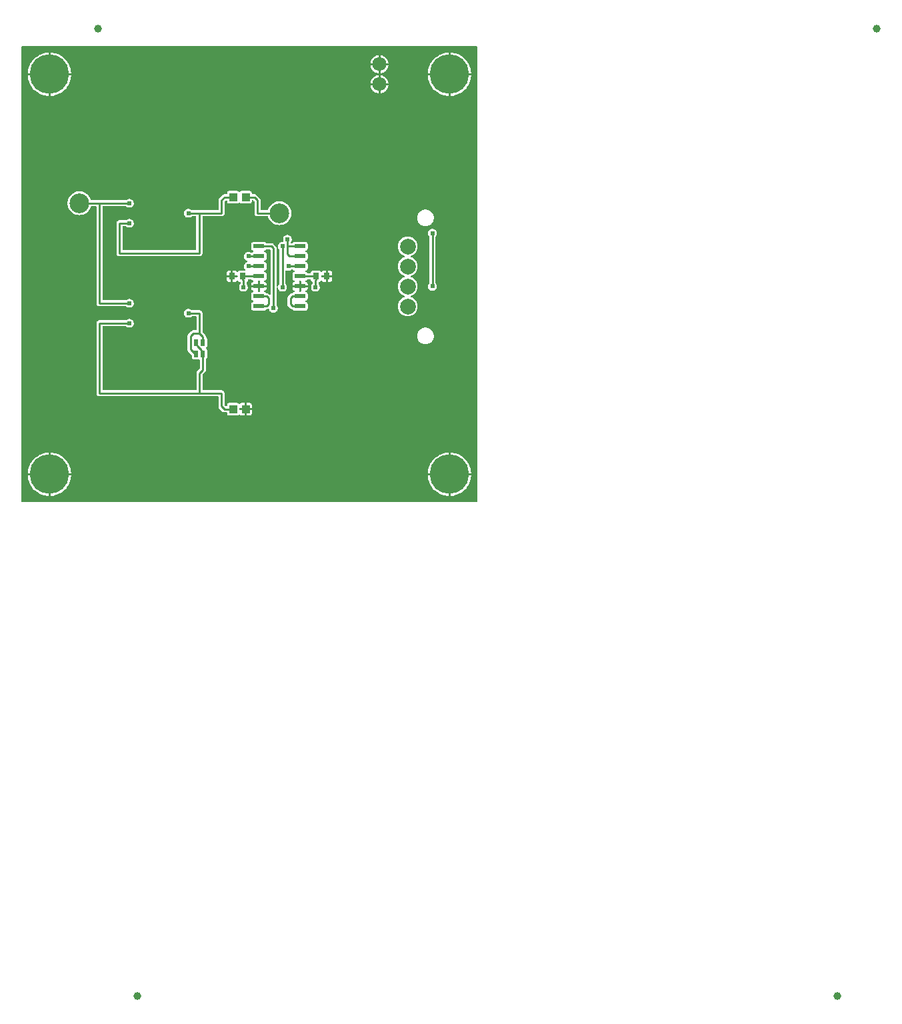
<source format=gtl>
G04 Layer: TopLayer*
G04 Panelize: V-CUT, Column: 2, Row: 2, Board Size: 58.42mm x 58.42mm, Panelized Board Size: 118.84mm x 118.84mm*
G04 EasyEDA v6.5.32, 2023-07-25 14:04:49*
G04 318043db9db14eaab2a862ada9992c2d,5a6b42c53f6a479593ecc07194224c93,10*
G04 Gerber Generator version 0.2*
G04 Scale: 100 percent, Rotated: No, Reflected: No *
G04 Dimensions in millimeters *
G04 leading zeros omitted , absolute positions ,4 integer and 5 decimal *
%FSLAX45Y45*%
%MOMM*%

%ADD10C,0.2540*%
%ADD11R,1.4300X0.5600*%
%ADD12R,1.0000X1.1000*%
%ADD13R,0.6000X0.8500*%
%ADD14R,0.8000X0.9000*%
%ADD15C,1.0000*%
%ADD16C,5.0000*%
%ADD17C,2.0000*%
%ADD18C,1.8000*%
%ADD19C,2.5000*%
%ADD20C,0.6096*%
%ADD21C,0.0164*%

%LPD*%
G36*
X5805932Y25908D02*
G01*
X36068Y26416D01*
X32156Y27178D01*
X28905Y29362D01*
X26670Y32664D01*
X25908Y36576D01*
X25908Y5805932D01*
X26670Y5809843D01*
X28905Y5813094D01*
X32156Y5815330D01*
X36068Y5816092D01*
X5805932Y5816092D01*
X5809843Y5815330D01*
X5813094Y5813094D01*
X5815330Y5809843D01*
X5816092Y5805932D01*
X5816092Y36068D01*
X5815330Y32207D01*
X5813094Y28905D01*
X5809843Y26670D01*
G37*

%LPC*%
G36*
X4584700Y5600700D02*
G01*
X4687112Y5600700D01*
X4686960Y5602528D01*
X4684268Y5616803D01*
X4679746Y5630672D01*
X4673549Y5643829D01*
X4665776Y5656122D01*
X4656480Y5667349D01*
X4645863Y5677306D01*
X4634077Y5685840D01*
X4621326Y5692851D01*
X4607814Y5698236D01*
X4593691Y5701842D01*
X4584700Y5702960D01*
G37*
G36*
X393700Y105562D02*
G01*
X398322Y105664D01*
X421284Y108051D01*
X443992Y112369D01*
X466242Y118618D01*
X487934Y126644D01*
X508812Y136499D01*
X528828Y148031D01*
X547827Y161239D01*
X565607Y175971D01*
X582117Y192125D01*
X597204Y209600D01*
X610819Y228295D01*
X622757Y248107D01*
X633018Y268782D01*
X641553Y290271D01*
X648208Y312369D01*
X653034Y334975D01*
X655929Y357936D01*
X656336Y368300D01*
X393700Y368300D01*
G37*
G36*
X5448300Y105613D02*
G01*
X5448300Y368300D01*
X5185410Y368300D01*
X5187289Y346405D01*
X5191150Y323646D01*
X5196890Y301244D01*
X5204460Y279450D01*
X5213858Y258317D01*
X5224983Y238099D01*
X5237784Y218846D01*
X5252161Y200710D01*
X5267960Y183896D01*
X5285130Y168402D01*
X5303520Y154432D01*
X5323027Y142087D01*
X5343499Y131368D01*
X5364835Y122428D01*
X5386781Y115265D01*
X5409285Y109982D01*
X5432145Y106629D01*
G37*
G36*
X368300Y105613D02*
G01*
X368300Y368300D01*
X105410Y368300D01*
X107289Y346405D01*
X111150Y323646D01*
X116890Y301244D01*
X124460Y279450D01*
X133858Y258317D01*
X144983Y238099D01*
X157784Y218846D01*
X172161Y200710D01*
X187960Y183896D01*
X205130Y168402D01*
X223520Y154432D01*
X243027Y142087D01*
X263499Y131368D01*
X284835Y122428D01*
X306781Y115265D01*
X329285Y109982D01*
X352145Y106629D01*
G37*
G36*
X393700Y393700D02*
G01*
X656336Y393700D01*
X655929Y404063D01*
X653034Y427024D01*
X648208Y449630D01*
X641553Y471728D01*
X633018Y493217D01*
X622757Y513892D01*
X610819Y533704D01*
X597204Y552348D01*
X582117Y569874D01*
X565607Y586028D01*
X547827Y600760D01*
X528828Y613968D01*
X508812Y625500D01*
X487934Y635355D01*
X466242Y643382D01*
X443992Y649630D01*
X421284Y653948D01*
X398322Y656336D01*
X393700Y656437D01*
G37*
G36*
X5473700Y393700D02*
G01*
X5736336Y393700D01*
X5735929Y404063D01*
X5733034Y427024D01*
X5728208Y449630D01*
X5721553Y471728D01*
X5713018Y493217D01*
X5702757Y513892D01*
X5690819Y533704D01*
X5677204Y552348D01*
X5662117Y569874D01*
X5645607Y586028D01*
X5627827Y600760D01*
X5608828Y613968D01*
X5588812Y625500D01*
X5567934Y635355D01*
X5546242Y643382D01*
X5523992Y649630D01*
X5501284Y653948D01*
X5478322Y656336D01*
X5473700Y656437D01*
G37*
G36*
X5185410Y393700D02*
G01*
X5448300Y393700D01*
X5448300Y656386D01*
X5432145Y655370D01*
X5409285Y652018D01*
X5386781Y646734D01*
X5364835Y639572D01*
X5343499Y630631D01*
X5323027Y619912D01*
X5303520Y607568D01*
X5285130Y593598D01*
X5267960Y578104D01*
X5252161Y561289D01*
X5237784Y543153D01*
X5224983Y523900D01*
X5213858Y503682D01*
X5204460Y482549D01*
X5196890Y460756D01*
X5191150Y438353D01*
X5187289Y415594D01*
G37*
G36*
X105410Y393700D02*
G01*
X368300Y393700D01*
X368300Y656386D01*
X352145Y655370D01*
X329285Y652018D01*
X306781Y646734D01*
X284835Y639572D01*
X263499Y630631D01*
X243027Y619912D01*
X223520Y607568D01*
X205130Y593598D01*
X187960Y578104D01*
X172161Y561289D01*
X157784Y543153D01*
X144983Y523900D01*
X133858Y503682D01*
X124460Y482549D01*
X116890Y460756D01*
X111150Y438353D01*
X107289Y415594D01*
G37*
G36*
X2886710Y1125575D02*
G01*
X2923438Y1125575D01*
X2929737Y1126286D01*
X2935224Y1128217D01*
X2940100Y1131316D01*
X2944215Y1135380D01*
X2947263Y1140307D01*
X2949194Y1145743D01*
X2949905Y1152093D01*
X2949905Y1193800D01*
X2886710Y1193800D01*
G37*
G36*
X2664561Y1125575D02*
G01*
X2763418Y1125575D01*
X2769768Y1126286D01*
X2775204Y1128217D01*
X2780131Y1131316D01*
X2784195Y1135380D01*
X2785414Y1137259D01*
X2788208Y1140206D01*
X2791968Y1141831D01*
X2796032Y1141831D01*
X2799791Y1140206D01*
X2802585Y1137259D01*
X2803804Y1135380D01*
X2807868Y1131316D01*
X2812796Y1128217D01*
X2818231Y1126286D01*
X2824581Y1125575D01*
X2861310Y1125575D01*
X2861310Y1193800D01*
X2800045Y1193800D01*
X2796184Y1194562D01*
X2792882Y1196797D01*
X2790698Y1200048D01*
X2789936Y1203960D01*
X2789936Y1209040D01*
X2790698Y1212951D01*
X2792882Y1216202D01*
X2796184Y1218438D01*
X2800045Y1219200D01*
X2861310Y1219200D01*
X2861310Y1287424D01*
X2824581Y1287424D01*
X2818231Y1286713D01*
X2812796Y1284782D01*
X2807868Y1281684D01*
X2803804Y1277620D01*
X2802585Y1275740D01*
X2799791Y1272794D01*
X2796032Y1271168D01*
X2791968Y1271168D01*
X2788208Y1272794D01*
X2785414Y1275740D01*
X2784195Y1277620D01*
X2780131Y1281684D01*
X2775204Y1284782D01*
X2769768Y1286713D01*
X2763418Y1287424D01*
X2664561Y1287424D01*
X2658262Y1286713D01*
X2652776Y1284782D01*
X2647899Y1281684D01*
X2643784Y1277620D01*
X2640736Y1272692D01*
X2638806Y1267256D01*
X2638094Y1260906D01*
X2638094Y1255268D01*
X2637332Y1251356D01*
X2635097Y1248105D01*
X2631846Y1245870D01*
X2627934Y1245108D01*
X2623718Y1245108D01*
X2619806Y1245870D01*
X2616504Y1248105D01*
X2607005Y1257604D01*
X2604770Y1260906D01*
X2604008Y1264818D01*
X2604008Y1409192D01*
X2603195Y1417218D01*
X2601010Y1424432D01*
X2597454Y1431137D01*
X2592679Y1436979D01*
X2586837Y1441754D01*
X2580132Y1445310D01*
X2572918Y1447495D01*
X2564892Y1448308D01*
X2334768Y1448308D01*
X2330856Y1449070D01*
X2327605Y1451305D01*
X2325370Y1454556D01*
X2324608Y1458468D01*
X2324608Y1643481D01*
X2325370Y1647393D01*
X2327605Y1650695D01*
X2355443Y1678533D01*
X2360574Y1684782D01*
X2364130Y1691436D01*
X2366314Y1698650D01*
X2367127Y1706676D01*
X2367127Y1835657D01*
X2367686Y1839010D01*
X2369312Y1842007D01*
X2371852Y1844293D01*
X2374595Y1846021D01*
X2378710Y1850085D01*
X2381808Y1855012D01*
X2383688Y1860448D01*
X2384399Y1866798D01*
X2384399Y1950618D01*
X2383688Y1956968D01*
X2381808Y1962404D01*
X2378710Y1967331D01*
X2374595Y1971395D01*
X2372715Y1972614D01*
X2369769Y1975408D01*
X2368194Y1979168D01*
X2368194Y1983232D01*
X2369769Y1986991D01*
X2372715Y1989785D01*
X2374595Y1991004D01*
X2378710Y1995068D01*
X2381808Y1999996D01*
X2383688Y2005431D01*
X2384399Y2011781D01*
X2384399Y2095601D01*
X2383688Y2101951D01*
X2381808Y2107387D01*
X2378710Y2112314D01*
X2374595Y2116378D01*
X2371852Y2118106D01*
X2369312Y2120392D01*
X2367686Y2123389D01*
X2366314Y2136749D01*
X2364130Y2143963D01*
X2360574Y2150618D01*
X2355443Y2156866D01*
X2327605Y2184704D01*
X2325370Y2188006D01*
X2324608Y2191918D01*
X2324608Y2425192D01*
X2323795Y2433218D01*
X2321610Y2440432D01*
X2318054Y2447137D01*
X2313279Y2452979D01*
X2307437Y2457754D01*
X2300732Y2461310D01*
X2293518Y2463495D01*
X2285492Y2464308D01*
X2191308Y2464308D01*
X2187397Y2465070D01*
X2184095Y2467305D01*
X2182520Y2468880D01*
X2174494Y2474518D01*
X2165553Y2478633D01*
X2156104Y2481173D01*
X2146300Y2482037D01*
X2136495Y2481173D01*
X2127046Y2478633D01*
X2118106Y2474518D01*
X2110079Y2468880D01*
X2103120Y2461920D01*
X2097481Y2453894D01*
X2093366Y2444953D01*
X2090826Y2435504D01*
X2089962Y2425700D01*
X2090826Y2415895D01*
X2093366Y2406446D01*
X2097481Y2397506D01*
X2103120Y2389479D01*
X2110079Y2382520D01*
X2118106Y2376881D01*
X2127046Y2372766D01*
X2136495Y2370226D01*
X2146300Y2369362D01*
X2156104Y2370226D01*
X2165553Y2372766D01*
X2174494Y2376881D01*
X2182520Y2382520D01*
X2184095Y2384094D01*
X2187397Y2386330D01*
X2191308Y2387092D01*
X2237232Y2387092D01*
X2241143Y2386330D01*
X2244394Y2384094D01*
X2246630Y2380843D01*
X2247392Y2376932D01*
X2247392Y2220468D01*
X2246630Y2216556D01*
X2244394Y2213305D01*
X2241143Y2211070D01*
X2237232Y2210308D01*
X2210308Y2210308D01*
X2202281Y2209495D01*
X2195068Y2207310D01*
X2188362Y2203754D01*
X2182164Y2198624D01*
X2144776Y2161235D01*
X2139645Y2155037D01*
X2136089Y2148332D01*
X2133904Y2141118D01*
X2133092Y2133092D01*
X2133092Y1969007D01*
X2133904Y1960981D01*
X2136089Y1953768D01*
X2139645Y1947062D01*
X2144776Y1940864D01*
X2184603Y1900986D01*
X2186838Y1897684D01*
X2187600Y1893824D01*
X2187600Y1866798D01*
X2188311Y1860448D01*
X2190191Y1855012D01*
X2193290Y1850085D01*
X2197404Y1846021D01*
X2202281Y1842922D01*
X2207768Y1840992D01*
X2214067Y1840280D01*
X2272944Y1840280D01*
X2278583Y1840941D01*
X2282799Y1840534D01*
X2286508Y1838401D01*
X2288997Y1834997D01*
X2289911Y1830832D01*
X2289911Y1726387D01*
X2289098Y1722526D01*
X2286914Y1719224D01*
X2259076Y1691335D01*
X2253945Y1685137D01*
X2250389Y1678432D01*
X2248204Y1671218D01*
X2247392Y1663192D01*
X2247392Y1458468D01*
X2246630Y1454556D01*
X2244394Y1451305D01*
X2241143Y1449070D01*
X2237232Y1448308D01*
X1064768Y1448308D01*
X1060856Y1449070D01*
X1057605Y1451305D01*
X1055370Y1454556D01*
X1054608Y1458468D01*
X1054608Y2249932D01*
X1055370Y2253843D01*
X1057605Y2257094D01*
X1060856Y2259330D01*
X1064768Y2260092D01*
X1351991Y2260092D01*
X1355902Y2259330D01*
X1359204Y2257094D01*
X1360779Y2255520D01*
X1368806Y2249881D01*
X1377746Y2245766D01*
X1387195Y2243226D01*
X1397000Y2242362D01*
X1406804Y2243226D01*
X1416253Y2245766D01*
X1425194Y2249881D01*
X1433220Y2255520D01*
X1440180Y2262479D01*
X1445818Y2270506D01*
X1449933Y2279446D01*
X1452473Y2288895D01*
X1453337Y2298700D01*
X1452473Y2308504D01*
X1449933Y2317953D01*
X1445818Y2326894D01*
X1440180Y2334920D01*
X1433220Y2341880D01*
X1425194Y2347518D01*
X1416253Y2351633D01*
X1406804Y2354173D01*
X1397000Y2355037D01*
X1387195Y2354173D01*
X1377746Y2351633D01*
X1368806Y2347518D01*
X1360779Y2341880D01*
X1359204Y2340305D01*
X1355902Y2338070D01*
X1351991Y2337308D01*
X1016508Y2337308D01*
X1008481Y2336495D01*
X1001268Y2334310D01*
X994562Y2330754D01*
X988720Y2325979D01*
X983945Y2320137D01*
X980389Y2313432D01*
X978204Y2306218D01*
X977392Y2298192D01*
X977392Y1410208D01*
X978204Y1402181D01*
X980389Y1394968D01*
X983945Y1388262D01*
X988720Y1382420D01*
X994562Y1377645D01*
X1001268Y1374089D01*
X1008481Y1371904D01*
X1016508Y1371092D01*
X2516632Y1371092D01*
X2520543Y1370330D01*
X2523794Y1368094D01*
X2526030Y1364843D01*
X2526792Y1360932D01*
X2526792Y1245108D01*
X2527604Y1237081D01*
X2529789Y1229868D01*
X2533345Y1223162D01*
X2538476Y1216964D01*
X2575864Y1179576D01*
X2582062Y1174445D01*
X2588768Y1170889D01*
X2595981Y1168704D01*
X2604008Y1167892D01*
X2627934Y1167892D01*
X2631846Y1167130D01*
X2635097Y1164894D01*
X2637332Y1161643D01*
X2638094Y1157732D01*
X2638094Y1152093D01*
X2638806Y1145743D01*
X2640736Y1140307D01*
X2643784Y1135380D01*
X2647899Y1131316D01*
X2652776Y1128217D01*
X2658262Y1126286D01*
G37*
G36*
X4456887Y5600700D02*
G01*
X4559300Y5600700D01*
X4559300Y5702960D01*
X4550308Y5701842D01*
X4536186Y5698236D01*
X4522673Y5692851D01*
X4509922Y5685840D01*
X4498136Y5677306D01*
X4487519Y5667349D01*
X4478223Y5656122D01*
X4470450Y5643829D01*
X4464253Y5630672D01*
X4459732Y5616803D01*
X4457039Y5602528D01*
G37*
G36*
X2886710Y1219200D02*
G01*
X2949905Y1219200D01*
X2949905Y1260906D01*
X2949194Y1267256D01*
X2947263Y1272692D01*
X2944215Y1277620D01*
X2940100Y1281684D01*
X2935224Y1284782D01*
X2929737Y1286713D01*
X2923438Y1287424D01*
X2886710Y1287424D01*
G37*
G36*
X105410Y5473700D02*
G01*
X368300Y5473700D01*
X368300Y5736386D01*
X352145Y5735370D01*
X329285Y5732018D01*
X306781Y5726734D01*
X284835Y5719572D01*
X263499Y5710631D01*
X243027Y5699912D01*
X223520Y5687568D01*
X205130Y5673598D01*
X187960Y5658104D01*
X172161Y5641289D01*
X157784Y5623153D01*
X144983Y5603900D01*
X133858Y5583682D01*
X124460Y5562549D01*
X116890Y5540756D01*
X111150Y5518353D01*
X107289Y5495594D01*
G37*
G36*
X5185410Y5473700D02*
G01*
X5448300Y5473700D01*
X5448300Y5736386D01*
X5432145Y5735370D01*
X5409285Y5732018D01*
X5386781Y5726734D01*
X5364835Y5719572D01*
X5343499Y5710631D01*
X5323027Y5699912D01*
X5303520Y5687568D01*
X5285130Y5673598D01*
X5267960Y5658104D01*
X5252161Y5641289D01*
X5237784Y5623153D01*
X5224983Y5603900D01*
X5213858Y5583682D01*
X5204460Y5562549D01*
X5196890Y5540756D01*
X5191150Y5518353D01*
X5187289Y5495594D01*
G37*
G36*
X393700Y5473700D02*
G01*
X656336Y5473700D01*
X655929Y5484063D01*
X653034Y5507024D01*
X648208Y5529630D01*
X641553Y5551728D01*
X633018Y5573217D01*
X622757Y5593892D01*
X610819Y5613704D01*
X597204Y5632348D01*
X582117Y5649874D01*
X565607Y5666028D01*
X547827Y5680760D01*
X528828Y5693968D01*
X508812Y5705500D01*
X487934Y5715355D01*
X466242Y5723382D01*
X443992Y5729630D01*
X421284Y5733948D01*
X398322Y5736336D01*
X393700Y5736437D01*
G37*
G36*
X5473700Y5473700D02*
G01*
X5736336Y5473700D01*
X5735929Y5484063D01*
X5733034Y5507024D01*
X5728208Y5529630D01*
X5721553Y5551728D01*
X5713018Y5573217D01*
X5702757Y5593892D01*
X5690819Y5613704D01*
X5677204Y5632348D01*
X5662117Y5649874D01*
X5645607Y5666028D01*
X5627827Y5680760D01*
X5608828Y5693968D01*
X5588812Y5705500D01*
X5567934Y5715355D01*
X5546242Y5723382D01*
X5523992Y5729630D01*
X5501284Y5733948D01*
X5478322Y5736336D01*
X5473700Y5736437D01*
G37*
G36*
X5156250Y2031034D02*
G01*
X5170068Y2031898D01*
X5183632Y2034641D01*
X5196738Y2039061D01*
X5209184Y2045207D01*
X5220665Y2052878D01*
X5231079Y2062022D01*
X5240223Y2072436D01*
X5247944Y2083968D01*
X5254040Y2096363D01*
X5258511Y2109520D01*
X5261203Y2123084D01*
X5262118Y2136902D01*
X5261203Y2150719D01*
X5258511Y2164283D01*
X5254040Y2177440D01*
X5247944Y2189835D01*
X5240223Y2201367D01*
X5231079Y2211781D01*
X5220665Y2220925D01*
X5209184Y2228596D01*
X5196738Y2234742D01*
X5183632Y2239162D01*
X5170068Y2241905D01*
X5156250Y2242769D01*
X5142382Y2241905D01*
X5128818Y2239162D01*
X5115712Y2234742D01*
X5103266Y2228596D01*
X5091785Y2220925D01*
X5081371Y2211781D01*
X5072227Y2201367D01*
X5064506Y2189835D01*
X5058410Y2177440D01*
X5053939Y2164283D01*
X5051247Y2150719D01*
X5050332Y2136902D01*
X5051247Y2123084D01*
X5053939Y2109520D01*
X5058410Y2096363D01*
X5064506Y2083968D01*
X5072227Y2072436D01*
X5081371Y2062022D01*
X5091785Y2052878D01*
X5103266Y2045207D01*
X5115712Y2039061D01*
X5128818Y2034641D01*
X5142382Y2031898D01*
G37*
G36*
X4584700Y5473039D02*
G01*
X4593691Y5474157D01*
X4607814Y5477764D01*
X4621326Y5483148D01*
X4634077Y5490159D01*
X4645863Y5498693D01*
X4656480Y5508650D01*
X4665776Y5519877D01*
X4673549Y5532170D01*
X4679746Y5545328D01*
X4684268Y5559196D01*
X4686960Y5573471D01*
X4687112Y5575300D01*
X4584700Y5575300D01*
G37*
G36*
X4559300Y5473039D02*
G01*
X4559300Y5575300D01*
X4456887Y5575300D01*
X4457039Y5573471D01*
X4459732Y5559196D01*
X4464253Y5545328D01*
X4470450Y5532170D01*
X4478223Y5519877D01*
X4487519Y5508650D01*
X4498136Y5498693D01*
X4509922Y5490159D01*
X4522673Y5483148D01*
X4536186Y5477764D01*
X4550308Y5474157D01*
G37*
G36*
X4931206Y2386279D02*
G01*
X4946396Y2387193D01*
X4961331Y2389936D01*
X4975860Y2394458D01*
X4989728Y2400706D01*
X5002733Y2408580D01*
X5014722Y2417927D01*
X5025440Y2428697D01*
X5034838Y2440635D01*
X5042662Y2453690D01*
X5048910Y2467508D01*
X5053431Y2482037D01*
X5056174Y2496972D01*
X5057089Y2512161D01*
X5056174Y2527350D01*
X5053431Y2542286D01*
X5048910Y2556814D01*
X5042662Y2570683D01*
X5034838Y2583688D01*
X5025440Y2595626D01*
X5014722Y2606395D01*
X5002733Y2615793D01*
X4989728Y2623616D01*
X4975809Y2629916D01*
X4972659Y2632151D01*
X4970526Y2635351D01*
X4969814Y2639161D01*
X4970526Y2642971D01*
X4972659Y2646222D01*
X4975809Y2648458D01*
X4989728Y2654706D01*
X5002733Y2662580D01*
X5014722Y2671927D01*
X5025440Y2682697D01*
X5034838Y2694635D01*
X5042662Y2707690D01*
X5048910Y2721508D01*
X5053431Y2736037D01*
X5056174Y2750972D01*
X5057089Y2766161D01*
X5056174Y2781350D01*
X5053431Y2796286D01*
X5048910Y2810814D01*
X5042662Y2824683D01*
X5034838Y2837688D01*
X5025440Y2849626D01*
X5014722Y2860395D01*
X5002733Y2869793D01*
X4989728Y2877616D01*
X4975809Y2883916D01*
X4972659Y2886151D01*
X4970526Y2889351D01*
X4969814Y2893161D01*
X4970526Y2896971D01*
X4972659Y2900222D01*
X4975809Y2902458D01*
X4989728Y2908706D01*
X5002733Y2916580D01*
X5014722Y2925927D01*
X5025440Y2936697D01*
X5034838Y2948635D01*
X5042662Y2961690D01*
X5048910Y2975508D01*
X5053431Y2990037D01*
X5056174Y3004972D01*
X5057089Y3020161D01*
X5056174Y3035350D01*
X5053431Y3050286D01*
X5048910Y3064814D01*
X5042662Y3078683D01*
X5034838Y3091688D01*
X5025440Y3103626D01*
X5014722Y3114395D01*
X5002733Y3123793D01*
X4989728Y3131616D01*
X4975809Y3137916D01*
X4972659Y3140151D01*
X4970526Y3143351D01*
X4969814Y3147161D01*
X4970526Y3150971D01*
X4972659Y3154222D01*
X4975809Y3156458D01*
X4989728Y3162706D01*
X5002733Y3170580D01*
X5014722Y3179927D01*
X5025440Y3190697D01*
X5034838Y3202635D01*
X5042662Y3215690D01*
X5048910Y3229508D01*
X5053431Y3244037D01*
X5056174Y3258972D01*
X5057089Y3274161D01*
X5056174Y3289350D01*
X5053431Y3304286D01*
X5048910Y3318814D01*
X5042662Y3332683D01*
X5034838Y3345687D01*
X5025440Y3357626D01*
X5014722Y3368395D01*
X5002733Y3377793D01*
X4989728Y3385616D01*
X4975860Y3391865D01*
X4961331Y3396386D01*
X4946396Y3399129D01*
X4931206Y3400044D01*
X4916017Y3399129D01*
X4901082Y3396386D01*
X4886553Y3391865D01*
X4872736Y3385616D01*
X4859680Y3377793D01*
X4847742Y3368395D01*
X4836972Y3357626D01*
X4827625Y3345687D01*
X4819751Y3332683D01*
X4813503Y3318814D01*
X4808982Y3304286D01*
X4806238Y3289350D01*
X4805324Y3274161D01*
X4806238Y3258972D01*
X4808982Y3244037D01*
X4813503Y3229508D01*
X4819751Y3215690D01*
X4827625Y3202635D01*
X4836972Y3190697D01*
X4847742Y3179927D01*
X4859680Y3170580D01*
X4872736Y3162706D01*
X4886655Y3156458D01*
X4889804Y3154222D01*
X4891887Y3150971D01*
X4892649Y3147161D01*
X4891887Y3143351D01*
X4889804Y3140151D01*
X4886655Y3137916D01*
X4872736Y3131616D01*
X4859680Y3123793D01*
X4847742Y3114395D01*
X4836972Y3103626D01*
X4827625Y3091688D01*
X4819751Y3078683D01*
X4813503Y3064814D01*
X4808982Y3050286D01*
X4806238Y3035350D01*
X4805324Y3020161D01*
X4806238Y3004972D01*
X4808982Y2990037D01*
X4813503Y2975508D01*
X4819751Y2961690D01*
X4827625Y2948635D01*
X4836972Y2936697D01*
X4847742Y2925927D01*
X4859680Y2916580D01*
X4872736Y2908706D01*
X4886655Y2902458D01*
X4889804Y2900222D01*
X4891887Y2896971D01*
X4892649Y2893161D01*
X4891887Y2889351D01*
X4889804Y2886151D01*
X4886655Y2883916D01*
X4872736Y2877616D01*
X4859680Y2869793D01*
X4847742Y2860395D01*
X4836972Y2849626D01*
X4827625Y2837688D01*
X4819751Y2824683D01*
X4813503Y2810814D01*
X4808982Y2796286D01*
X4806238Y2781350D01*
X4805324Y2766161D01*
X4806238Y2750972D01*
X4808982Y2736037D01*
X4813503Y2721508D01*
X4819751Y2707690D01*
X4827625Y2694635D01*
X4836972Y2682697D01*
X4847742Y2671927D01*
X4859680Y2662580D01*
X4872736Y2654706D01*
X4886655Y2648458D01*
X4889804Y2646222D01*
X4891887Y2642971D01*
X4892649Y2639161D01*
X4891887Y2635351D01*
X4889804Y2632151D01*
X4886655Y2629916D01*
X4872736Y2623616D01*
X4859680Y2615793D01*
X4847742Y2606395D01*
X4836972Y2595626D01*
X4827625Y2583688D01*
X4819751Y2570683D01*
X4813503Y2556814D01*
X4808982Y2542286D01*
X4806238Y2527350D01*
X4805324Y2512161D01*
X4806238Y2496972D01*
X4808982Y2482037D01*
X4813503Y2467508D01*
X4819751Y2453690D01*
X4827625Y2440635D01*
X4836972Y2428697D01*
X4847742Y2417927D01*
X4859680Y2408580D01*
X4872736Y2400706D01*
X4886553Y2394458D01*
X4901082Y2389936D01*
X4916017Y2387193D01*
G37*
G36*
X3225800Y2432862D02*
G01*
X3235604Y2433726D01*
X3245053Y2436266D01*
X3253994Y2440381D01*
X3262020Y2446020D01*
X3268979Y2452979D01*
X3274618Y2461006D01*
X3278733Y2469946D01*
X3281273Y2479395D01*
X3282137Y2489200D01*
X3281273Y2499004D01*
X3278733Y2508453D01*
X3274618Y2517394D01*
X3268979Y2525420D01*
X3267405Y2526995D01*
X3265170Y2530297D01*
X3264408Y2534208D01*
X3264408Y2744317D01*
X3265271Y2748381D01*
X3267659Y2751785D01*
X3271215Y2753918D01*
X3275329Y2754477D01*
X3279292Y2753309D01*
X3282492Y2750667D01*
X3284372Y2746959D01*
X3287166Y2736646D01*
X3291281Y2727706D01*
X3296920Y2719679D01*
X3303879Y2712720D01*
X3311906Y2707081D01*
X3320846Y2702966D01*
X3330295Y2700426D01*
X3340100Y2699562D01*
X3349904Y2700426D01*
X3359353Y2702966D01*
X3368294Y2707081D01*
X3376320Y2712720D01*
X3383279Y2719679D01*
X3388918Y2727706D01*
X3393033Y2736646D01*
X3395573Y2746095D01*
X3396437Y2755900D01*
X3395573Y2765704D01*
X3393033Y2775153D01*
X3388918Y2784094D01*
X3383279Y2792120D01*
X3381705Y2793695D01*
X3379470Y2796997D01*
X3378708Y2800908D01*
X3378708Y2962249D01*
X3379520Y2966212D01*
X3381806Y2969564D01*
X3385210Y2971749D01*
X3389223Y2972409D01*
X3393186Y2971444D01*
X3397046Y2969666D01*
X3406495Y2967126D01*
X3416300Y2966262D01*
X3426104Y2967126D01*
X3435553Y2969666D01*
X3444494Y2973781D01*
X3452520Y2979420D01*
X3454095Y2980994D01*
X3457397Y2983230D01*
X3462731Y2983992D01*
X3466084Y2983433D01*
X3469030Y2981756D01*
X3471773Y2978505D01*
X3475888Y2974390D01*
X3480765Y2971292D01*
X3486251Y2969412D01*
X3488080Y2969209D01*
X3492093Y2967888D01*
X3495192Y2965043D01*
X3496919Y2961182D01*
X3496919Y2957017D01*
X3495192Y2953156D01*
X3492093Y2950311D01*
X3488080Y2948990D01*
X3486251Y2948787D01*
X3480765Y2946908D01*
X3475888Y2943809D01*
X3471773Y2939694D01*
X3468725Y2934817D01*
X3466795Y2929331D01*
X3466084Y2923032D01*
X3466084Y2868168D01*
X3466795Y2861868D01*
X3468725Y2856382D01*
X3471773Y2851505D01*
X3475888Y2847390D01*
X3480765Y2844292D01*
X3486251Y2842412D01*
X3488080Y2842209D01*
X3492093Y2840888D01*
X3495192Y2838043D01*
X3496919Y2834182D01*
X3496919Y2830017D01*
X3495192Y2826156D01*
X3492093Y2823311D01*
X3488080Y2821990D01*
X3486251Y2821787D01*
X3480765Y2819908D01*
X3475888Y2816809D01*
X3471773Y2812694D01*
X3468725Y2807817D01*
X3466795Y2802331D01*
X3466084Y2796032D01*
X3466084Y2781300D01*
X3550818Y2781300D01*
X3550818Y2831541D01*
X3551580Y2835402D01*
X3553764Y2838704D01*
X3557066Y2840939D01*
X3560978Y2841701D01*
X3566058Y2841701D01*
X3569919Y2840939D01*
X3573221Y2838704D01*
X3575405Y2835402D01*
X3576218Y2831541D01*
X3576218Y2781300D01*
X3660901Y2781300D01*
X3660901Y2796032D01*
X3660190Y2802331D01*
X3658260Y2807817D01*
X3655212Y2812694D01*
X3651097Y2816809D01*
X3646220Y2819908D01*
X3640734Y2821787D01*
X3638905Y2821990D01*
X3634892Y2823311D01*
X3631793Y2826156D01*
X3630117Y2830017D01*
X3630117Y2834182D01*
X3631793Y2838043D01*
X3634892Y2840888D01*
X3638905Y2842209D01*
X3640734Y2842412D01*
X3646220Y2844292D01*
X3651097Y2847390D01*
X3657955Y2854756D01*
X3660901Y2856433D01*
X3664254Y2856992D01*
X3689756Y2856992D01*
X3693363Y2856331D01*
X3696512Y2854401D01*
X3698798Y2851505D01*
X3699865Y2847949D01*
X3700221Y2844850D01*
X3702100Y2839415D01*
X3705199Y2834487D01*
X3709212Y2830474D01*
X3715664Y2826562D01*
X3718306Y2824327D01*
X3719982Y2821279D01*
X3720592Y2817876D01*
X3720592Y2800908D01*
X3719829Y2796997D01*
X3717594Y2793695D01*
X3716020Y2792120D01*
X3710381Y2784094D01*
X3706266Y2775153D01*
X3703726Y2765704D01*
X3702862Y2755900D01*
X3703726Y2746095D01*
X3706266Y2736646D01*
X3710381Y2727706D01*
X3716020Y2719679D01*
X3722979Y2712720D01*
X3731006Y2707081D01*
X3739946Y2702966D01*
X3749395Y2700426D01*
X3759200Y2699562D01*
X3769004Y2700426D01*
X3778453Y2702966D01*
X3787394Y2707081D01*
X3795420Y2712720D01*
X3802379Y2719679D01*
X3808018Y2727706D01*
X3812133Y2736646D01*
X3814673Y2746095D01*
X3815537Y2755900D01*
X3814673Y2765704D01*
X3812133Y2775153D01*
X3808018Y2784094D01*
X3802379Y2792120D01*
X3800805Y2793695D01*
X3798570Y2796997D01*
X3797808Y2800908D01*
X3797808Y2814828D01*
X3798468Y2818485D01*
X3800398Y2821635D01*
X3803294Y2823870D01*
X3806850Y2824937D01*
X3811168Y2825445D01*
X3816604Y2827324D01*
X3821531Y2830423D01*
X3825595Y2834487D01*
X3826814Y2836367D01*
X3829608Y2839313D01*
X3833368Y2840939D01*
X3837432Y2840939D01*
X3841191Y2839313D01*
X3843985Y2836367D01*
X3845204Y2834487D01*
X3849268Y2830423D01*
X3854196Y2827324D01*
X3859631Y2825445D01*
X3865930Y2824734D01*
X3892702Y2824734D01*
X3892702Y2882900D01*
X3841496Y2882900D01*
X3837584Y2883712D01*
X3834282Y2885897D01*
X3832098Y2889199D01*
X3831336Y2893060D01*
X3831336Y2898140D01*
X3832098Y2902051D01*
X3834282Y2905353D01*
X3837584Y2907538D01*
X3841496Y2908300D01*
X3892702Y2908300D01*
X3892702Y2966516D01*
X3865930Y2966516D01*
X3859631Y2965805D01*
X3854196Y2963926D01*
X3849268Y2960827D01*
X3845204Y2956712D01*
X3843985Y2954832D01*
X3841191Y2951886D01*
X3837432Y2950311D01*
X3833368Y2950311D01*
X3829608Y2951886D01*
X3826814Y2954832D01*
X3825595Y2956712D01*
X3821531Y2960827D01*
X3816604Y2963926D01*
X3811168Y2965805D01*
X3804818Y2966516D01*
X3725976Y2966516D01*
X3719677Y2965805D01*
X3714191Y2963926D01*
X3709314Y2960827D01*
X3705199Y2956712D01*
X3702100Y2951835D01*
X3700221Y2946349D01*
X3699865Y2943250D01*
X3698798Y2939694D01*
X3696512Y2936798D01*
X3693363Y2934868D01*
X3689756Y2934208D01*
X3664254Y2934208D01*
X3660901Y2934766D01*
X3657955Y2936443D01*
X3655212Y2939694D01*
X3651097Y2943809D01*
X3646220Y2946908D01*
X3640734Y2948787D01*
X3638905Y2948990D01*
X3634892Y2950311D01*
X3631793Y2953156D01*
X3630117Y2957017D01*
X3630117Y2961182D01*
X3631793Y2965043D01*
X3634892Y2967888D01*
X3638905Y2969209D01*
X3640734Y2969412D01*
X3646220Y2971292D01*
X3651097Y2974390D01*
X3655212Y2978505D01*
X3658260Y2983382D01*
X3660190Y2988868D01*
X3660901Y2995168D01*
X3660901Y3050032D01*
X3660190Y3056331D01*
X3658260Y3061817D01*
X3655212Y3066694D01*
X3651097Y3070809D01*
X3646220Y3073908D01*
X3640734Y3075787D01*
X3638905Y3075990D01*
X3634892Y3077311D01*
X3631793Y3080156D01*
X3630117Y3084017D01*
X3630117Y3088182D01*
X3631793Y3092043D01*
X3634892Y3094888D01*
X3638905Y3096209D01*
X3640734Y3096412D01*
X3646220Y3098292D01*
X3651097Y3101390D01*
X3655212Y3105505D01*
X3658260Y3110382D01*
X3660190Y3115868D01*
X3660901Y3122168D01*
X3660901Y3177032D01*
X3660190Y3183331D01*
X3658260Y3188817D01*
X3655212Y3193694D01*
X3651097Y3197809D01*
X3646220Y3200908D01*
X3640734Y3202787D01*
X3638905Y3202990D01*
X3634892Y3204311D01*
X3631793Y3207156D01*
X3630117Y3211017D01*
X3630117Y3215182D01*
X3631793Y3219043D01*
X3634892Y3221888D01*
X3638905Y3223209D01*
X3640734Y3223412D01*
X3646220Y3225292D01*
X3651097Y3228390D01*
X3655212Y3232505D01*
X3658260Y3237382D01*
X3660190Y3242868D01*
X3660901Y3249168D01*
X3660901Y3304032D01*
X3660190Y3310331D01*
X3658260Y3315817D01*
X3655212Y3320694D01*
X3651097Y3324809D01*
X3646220Y3327908D01*
X3640734Y3329787D01*
X3634435Y3330498D01*
X3492550Y3330498D01*
X3486251Y3329787D01*
X3480765Y3327908D01*
X3475888Y3324809D01*
X3469030Y3317443D01*
X3466084Y3315766D01*
X3462731Y3315208D01*
X3456432Y3315208D01*
X3452114Y3316173D01*
X3448659Y3318814D01*
X3446627Y3322726D01*
X3446424Y3327146D01*
X3448100Y3331210D01*
X3452418Y3337306D01*
X3456533Y3346246D01*
X3459073Y3355695D01*
X3459937Y3365500D01*
X3459073Y3375304D01*
X3456533Y3384753D01*
X3452418Y3393694D01*
X3446779Y3401720D01*
X3439820Y3408679D01*
X3431794Y3414318D01*
X3422853Y3418433D01*
X3413404Y3420973D01*
X3403600Y3421837D01*
X3393795Y3420973D01*
X3384346Y3418433D01*
X3375406Y3414318D01*
X3367379Y3408679D01*
X3360420Y3401720D01*
X3354781Y3393694D01*
X3350666Y3384753D01*
X3348126Y3375304D01*
X3347262Y3365500D01*
X3348126Y3355695D01*
X3350768Y3345687D01*
X3351072Y3341827D01*
X3349853Y3338169D01*
X3347364Y3335172D01*
X3343960Y3333343D01*
X3330295Y3332073D01*
X3320846Y3329533D01*
X3311906Y3325418D01*
X3303879Y3319779D01*
X3296920Y3312820D01*
X3291281Y3304794D01*
X3287166Y3295853D01*
X3284626Y3286404D01*
X3283762Y3276600D01*
X3284626Y3266795D01*
X3287166Y3257346D01*
X3291281Y3248406D01*
X3296920Y3240379D01*
X3298494Y3238804D01*
X3300729Y3235502D01*
X3301492Y3231591D01*
X3301492Y2800908D01*
X3300729Y2796997D01*
X3298494Y2793695D01*
X3296920Y2792120D01*
X3291281Y2784094D01*
X3287166Y2775153D01*
X3284372Y2764840D01*
X3282492Y2761132D01*
X3279292Y2758490D01*
X3275329Y2757322D01*
X3271215Y2757881D01*
X3267659Y2760014D01*
X3265271Y2763418D01*
X3264408Y2767482D01*
X3264408Y3250692D01*
X3263595Y3258718D01*
X3261410Y3265932D01*
X3257854Y3272637D01*
X3252724Y3278835D01*
X3228035Y3303524D01*
X3221837Y3308654D01*
X3215132Y3312210D01*
X3207918Y3314395D01*
X3199892Y3315208D01*
X3141268Y3315208D01*
X3137916Y3315766D01*
X3134969Y3317443D01*
X3132226Y3320694D01*
X3128111Y3324809D01*
X3123234Y3327908D01*
X3117748Y3329787D01*
X3111449Y3330498D01*
X2969564Y3330498D01*
X2963265Y3329787D01*
X2957779Y3327908D01*
X2952902Y3324809D01*
X2948787Y3320694D01*
X2945739Y3315817D01*
X2943809Y3310331D01*
X2943098Y3304032D01*
X2943098Y3249168D01*
X2943809Y3242868D01*
X2945739Y3237382D01*
X2948787Y3232505D01*
X2952902Y3228390D01*
X2957779Y3225292D01*
X2963265Y3223412D01*
X2965094Y3223209D01*
X2969107Y3221888D01*
X2972206Y3219043D01*
X2973882Y3215182D01*
X2973882Y3211017D01*
X2972206Y3207156D01*
X2969107Y3204311D01*
X2965094Y3202990D01*
X2963265Y3202787D01*
X2957779Y3200908D01*
X2949600Y3195421D01*
X2946196Y3194507D01*
X2942691Y3194812D01*
X2939491Y3196285D01*
X2936494Y3198418D01*
X2927553Y3202533D01*
X2918104Y3205073D01*
X2908300Y3205937D01*
X2898495Y3205073D01*
X2889046Y3202533D01*
X2880106Y3198418D01*
X2872079Y3192780D01*
X2865120Y3185820D01*
X2859481Y3177794D01*
X2855366Y3168853D01*
X2852826Y3159404D01*
X2851962Y3149600D01*
X2852826Y3139795D01*
X2855366Y3130346D01*
X2859481Y3121406D01*
X2865120Y3113379D01*
X2872079Y3106420D01*
X2880106Y3100781D01*
X2889046Y3096666D01*
X2891790Y3095904D01*
X2895650Y3093872D01*
X2898343Y3090418D01*
X2899308Y3086100D01*
X2898343Y3081782D01*
X2895650Y3078327D01*
X2891790Y3076295D01*
X2889046Y3075533D01*
X2880106Y3071418D01*
X2872079Y3065780D01*
X2865120Y3058820D01*
X2859481Y3050794D01*
X2855366Y3041853D01*
X2852826Y3032404D01*
X2851962Y3022600D01*
X2852826Y3012795D01*
X2855366Y3003346D01*
X2859481Y2994406D01*
X2865120Y2986379D01*
X2867660Y2983839D01*
X2869895Y2980537D01*
X2870657Y2976626D01*
X2869895Y2972765D01*
X2867660Y2969463D01*
X2864408Y2967278D01*
X2860497Y2966466D01*
X2799181Y2966466D01*
X2792831Y2965754D01*
X2787396Y2963875D01*
X2782468Y2960776D01*
X2778404Y2956712D01*
X2777185Y2954832D01*
X2774391Y2951886D01*
X2770632Y2950260D01*
X2766568Y2950260D01*
X2762808Y2951886D01*
X2760014Y2954832D01*
X2758846Y2956712D01*
X2754731Y2960776D01*
X2749854Y2963875D01*
X2744368Y2965754D01*
X2738069Y2966466D01*
X2711297Y2966466D01*
X2711297Y2908300D01*
X2762554Y2908300D01*
X2766415Y2907487D01*
X2769717Y2905302D01*
X2771902Y2902000D01*
X2772714Y2898140D01*
X2772714Y2893060D01*
X2771902Y2889148D01*
X2769717Y2885846D01*
X2766415Y2883662D01*
X2762554Y2882900D01*
X2711297Y2882900D01*
X2711297Y2824683D01*
X2738069Y2824683D01*
X2744368Y2825394D01*
X2749854Y2827274D01*
X2754731Y2830372D01*
X2758846Y2834487D01*
X2760014Y2836367D01*
X2762808Y2839313D01*
X2766568Y2840888D01*
X2770632Y2840888D01*
X2774391Y2839313D01*
X2777185Y2836367D01*
X2778404Y2834487D01*
X2782468Y2830372D01*
X2787396Y2827274D01*
X2792831Y2825394D01*
X2797149Y2824886D01*
X2800705Y2823819D01*
X2803601Y2821584D01*
X2805531Y2818434D01*
X2806192Y2814777D01*
X2806192Y2800908D01*
X2805430Y2796997D01*
X2803194Y2793695D01*
X2801620Y2792120D01*
X2795981Y2784094D01*
X2791866Y2775153D01*
X2789326Y2765704D01*
X2788462Y2755900D01*
X2789326Y2746095D01*
X2791866Y2736646D01*
X2795981Y2727706D01*
X2801620Y2719679D01*
X2808579Y2712720D01*
X2816606Y2707081D01*
X2825546Y2702966D01*
X2834995Y2700426D01*
X2844800Y2699562D01*
X2854604Y2700426D01*
X2864053Y2702966D01*
X2872994Y2707081D01*
X2881020Y2712720D01*
X2887980Y2719679D01*
X2893618Y2727706D01*
X2897733Y2736646D01*
X2900273Y2746095D01*
X2901137Y2755900D01*
X2900273Y2765704D01*
X2897733Y2775153D01*
X2893618Y2784094D01*
X2887980Y2792120D01*
X2886405Y2793695D01*
X2884170Y2796997D01*
X2883408Y2800908D01*
X2883408Y2817825D01*
X2884170Y2821787D01*
X2886405Y2825089D01*
X2894685Y2830372D01*
X2898800Y2834487D01*
X2901899Y2839364D01*
X2903778Y2844850D01*
X2904134Y2847949D01*
X2905201Y2851505D01*
X2907487Y2854401D01*
X2910636Y2856331D01*
X2914243Y2856992D01*
X2939745Y2856992D01*
X2943098Y2856433D01*
X2946044Y2854756D01*
X2948787Y2851505D01*
X2952902Y2847390D01*
X2957779Y2844292D01*
X2963265Y2842412D01*
X2965094Y2842209D01*
X2969107Y2840888D01*
X2972206Y2838043D01*
X2973882Y2834182D01*
X2973882Y2830017D01*
X2972206Y2826156D01*
X2969107Y2823311D01*
X2965094Y2821990D01*
X2963265Y2821787D01*
X2957779Y2819908D01*
X2952902Y2816809D01*
X2948787Y2812694D01*
X2945739Y2807817D01*
X2943809Y2802331D01*
X2943098Y2796032D01*
X2943098Y2781300D01*
X3027781Y2781300D01*
X3027781Y2831541D01*
X3028594Y2835402D01*
X3030778Y2838704D01*
X3034080Y2840939D01*
X3037941Y2841701D01*
X3043021Y2841701D01*
X3046933Y2840939D01*
X3050235Y2838704D01*
X3052419Y2835402D01*
X3053181Y2831541D01*
X3053181Y2781300D01*
X3137916Y2781300D01*
X3137916Y2796032D01*
X3137204Y2802331D01*
X3135274Y2807817D01*
X3132226Y2812694D01*
X3128111Y2816809D01*
X3123234Y2819908D01*
X3117748Y2821787D01*
X3115919Y2821990D01*
X3111906Y2823311D01*
X3108807Y2826156D01*
X3107080Y2830017D01*
X3107080Y2834182D01*
X3108807Y2838043D01*
X3111906Y2840888D01*
X3115919Y2842209D01*
X3117748Y2842412D01*
X3123234Y2844292D01*
X3128111Y2847390D01*
X3132226Y2851505D01*
X3135274Y2856382D01*
X3137204Y2861868D01*
X3137916Y2868168D01*
X3137916Y2923032D01*
X3137204Y2929331D01*
X3135274Y2934817D01*
X3132226Y2939694D01*
X3128111Y2943809D01*
X3123234Y2946908D01*
X3117748Y2948787D01*
X3115919Y2948990D01*
X3111906Y2950311D01*
X3108807Y2953156D01*
X3107080Y2957017D01*
X3107080Y2961182D01*
X3108807Y2965043D01*
X3111906Y2967888D01*
X3115919Y2969209D01*
X3117748Y2969412D01*
X3123234Y2971292D01*
X3128111Y2974390D01*
X3132226Y2978505D01*
X3135274Y2983382D01*
X3137204Y2988868D01*
X3137916Y2995168D01*
X3137916Y3050032D01*
X3137204Y3056331D01*
X3135274Y3061817D01*
X3132226Y3066694D01*
X3128111Y3070809D01*
X3123234Y3073908D01*
X3117748Y3075787D01*
X3115919Y3075990D01*
X3111906Y3077311D01*
X3108807Y3080156D01*
X3107080Y3084017D01*
X3107080Y3088182D01*
X3108807Y3092043D01*
X3111906Y3094888D01*
X3115919Y3096209D01*
X3117748Y3096412D01*
X3123234Y3098292D01*
X3128111Y3101390D01*
X3132226Y3105505D01*
X3135274Y3110382D01*
X3137204Y3115868D01*
X3137916Y3122168D01*
X3137916Y3177032D01*
X3137204Y3183331D01*
X3135274Y3188817D01*
X3132226Y3193694D01*
X3128111Y3197809D01*
X3123234Y3200908D01*
X3117748Y3202787D01*
X3115919Y3202990D01*
X3111906Y3204311D01*
X3108807Y3207156D01*
X3107080Y3211017D01*
X3107080Y3215182D01*
X3108807Y3219043D01*
X3111906Y3221888D01*
X3115919Y3223209D01*
X3117748Y3223412D01*
X3123234Y3225292D01*
X3128111Y3228390D01*
X3134969Y3235756D01*
X3137916Y3237433D01*
X3141268Y3237992D01*
X3177032Y3237992D01*
X3180943Y3237230D01*
X3184194Y3234994D01*
X3186430Y3231743D01*
X3187192Y3227832D01*
X3187192Y2670454D01*
X3186430Y2666542D01*
X3184194Y2663240D01*
X3180943Y2661056D01*
X3177032Y2660294D01*
X3173120Y2661056D01*
X3169869Y2663240D01*
X3164535Y2668524D01*
X3158337Y2673654D01*
X3151632Y2677210D01*
X3144418Y2679395D01*
X3140557Y2679801D01*
X3137611Y2680563D01*
X3134969Y2682189D01*
X3132226Y2685694D01*
X3128111Y2689809D01*
X3123234Y2692908D01*
X3117748Y2694787D01*
X3115919Y2694990D01*
X3111906Y2696311D01*
X3108807Y2699156D01*
X3107080Y2703017D01*
X3107080Y2707182D01*
X3108807Y2711043D01*
X3111906Y2713888D01*
X3115919Y2715209D01*
X3117748Y2715412D01*
X3123234Y2717292D01*
X3128111Y2720390D01*
X3132226Y2724505D01*
X3135274Y2729382D01*
X3137204Y2734868D01*
X3137916Y2741168D01*
X3137916Y2755900D01*
X3053181Y2755900D01*
X3053181Y2705658D01*
X3052419Y2701798D01*
X3050235Y2698496D01*
X3046933Y2696260D01*
X3043021Y2695498D01*
X3037941Y2695498D01*
X3034080Y2696260D01*
X3030778Y2698496D01*
X3028594Y2701798D01*
X3027781Y2705658D01*
X3027781Y2755900D01*
X2943098Y2755900D01*
X2943098Y2741168D01*
X2943809Y2734868D01*
X2945739Y2729382D01*
X2948787Y2724505D01*
X2952902Y2720390D01*
X2957779Y2717292D01*
X2963265Y2715412D01*
X2965094Y2715209D01*
X2969107Y2713888D01*
X2972206Y2711043D01*
X2973882Y2707182D01*
X2973882Y2703017D01*
X2972206Y2699156D01*
X2969107Y2696311D01*
X2965094Y2694990D01*
X2963265Y2694787D01*
X2957779Y2692908D01*
X2952902Y2689809D01*
X2948787Y2685694D01*
X2945739Y2680817D01*
X2943809Y2675331D01*
X2943098Y2669032D01*
X2943098Y2614168D01*
X2943809Y2607868D01*
X2945739Y2602382D01*
X2948787Y2597505D01*
X2952902Y2593390D01*
X2957779Y2590292D01*
X2963265Y2588412D01*
X2965094Y2588209D01*
X2969107Y2586888D01*
X2972206Y2584043D01*
X2973882Y2580182D01*
X2973882Y2576017D01*
X2972206Y2572156D01*
X2969107Y2569311D01*
X2965094Y2567990D01*
X2963265Y2567787D01*
X2957779Y2565908D01*
X2952902Y2562809D01*
X2948787Y2558694D01*
X2945739Y2553817D01*
X2943809Y2548331D01*
X2943098Y2542032D01*
X2943098Y2487168D01*
X2943809Y2480868D01*
X2945739Y2475382D01*
X2948787Y2470505D01*
X2952902Y2466390D01*
X2957779Y2463292D01*
X2963265Y2461412D01*
X2969564Y2460701D01*
X3111449Y2460701D01*
X3117748Y2461412D01*
X3123234Y2463292D01*
X3128111Y2466390D01*
X3132226Y2470505D01*
X3134969Y2474010D01*
X3137611Y2475636D01*
X3140557Y2476398D01*
X3144418Y2476804D01*
X3151632Y2478989D01*
X3156762Y2481732D01*
X3160268Y2482850D01*
X3163874Y2482646D01*
X3167227Y2481224D01*
X3169818Y2478684D01*
X3171393Y2475382D01*
X3172866Y2469946D01*
X3176981Y2461006D01*
X3182620Y2452979D01*
X3189579Y2446020D01*
X3197606Y2440381D01*
X3206546Y2436266D01*
X3215995Y2433726D01*
G37*
G36*
X3492550Y2460701D02*
G01*
X3634435Y2460701D01*
X3640734Y2461412D01*
X3646220Y2463292D01*
X3651097Y2466390D01*
X3655212Y2470505D01*
X3658260Y2475382D01*
X3660190Y2480868D01*
X3660901Y2487168D01*
X3660901Y2542032D01*
X3660190Y2548331D01*
X3658260Y2553817D01*
X3655212Y2558694D01*
X3651097Y2562809D01*
X3646220Y2565908D01*
X3640734Y2567787D01*
X3638905Y2567990D01*
X3634892Y2569311D01*
X3631793Y2572156D01*
X3630117Y2576017D01*
X3630117Y2580182D01*
X3631793Y2584043D01*
X3634892Y2586888D01*
X3638905Y2588209D01*
X3640734Y2588412D01*
X3646220Y2590292D01*
X3651097Y2593390D01*
X3655212Y2597505D01*
X3658260Y2602382D01*
X3660190Y2607868D01*
X3660901Y2614168D01*
X3660901Y2669032D01*
X3660190Y2675331D01*
X3658260Y2680817D01*
X3655212Y2685694D01*
X3651097Y2689809D01*
X3646220Y2692908D01*
X3640734Y2694787D01*
X3638905Y2694990D01*
X3634892Y2696311D01*
X3631793Y2699156D01*
X3630117Y2703017D01*
X3630117Y2707182D01*
X3631793Y2711043D01*
X3634892Y2713888D01*
X3638905Y2715209D01*
X3640734Y2715412D01*
X3646220Y2717292D01*
X3651097Y2720390D01*
X3655212Y2724505D01*
X3658260Y2729382D01*
X3660190Y2734868D01*
X3660901Y2741168D01*
X3660901Y2755900D01*
X3576218Y2755900D01*
X3576218Y2705658D01*
X3575405Y2701798D01*
X3573221Y2698496D01*
X3569919Y2696260D01*
X3566058Y2695498D01*
X3560978Y2695498D01*
X3557066Y2696260D01*
X3553764Y2698496D01*
X3551580Y2701798D01*
X3550818Y2705658D01*
X3550818Y2755900D01*
X3466084Y2755900D01*
X3466084Y2741168D01*
X3466795Y2734868D01*
X3468725Y2729382D01*
X3471773Y2724505D01*
X3475888Y2720390D01*
X3480765Y2717292D01*
X3486251Y2715412D01*
X3488080Y2715209D01*
X3492093Y2713888D01*
X3495192Y2711043D01*
X3496919Y2707182D01*
X3496919Y2703017D01*
X3495192Y2699156D01*
X3492093Y2696311D01*
X3488080Y2694990D01*
X3486251Y2694787D01*
X3480765Y2692908D01*
X3475888Y2689809D01*
X3471773Y2685694D01*
X3469030Y2682189D01*
X3466388Y2680563D01*
X3463442Y2679801D01*
X3459581Y2679395D01*
X3452368Y2677210D01*
X3445662Y2673654D01*
X3439464Y2668524D01*
X3414776Y2643835D01*
X3409645Y2637637D01*
X3406089Y2630932D01*
X3403904Y2623718D01*
X3403092Y2615692D01*
X3403092Y2540508D01*
X3403904Y2532481D01*
X3406089Y2525268D01*
X3409645Y2518562D01*
X3414776Y2512364D01*
X3439464Y2487676D01*
X3445662Y2482545D01*
X3452368Y2478989D01*
X3459581Y2476804D01*
X3463442Y2476398D01*
X3466388Y2475636D01*
X3469030Y2474010D01*
X3471773Y2470505D01*
X3475888Y2466390D01*
X3480765Y2463292D01*
X3486251Y2461412D01*
G37*
G36*
X4584700Y5346700D02*
G01*
X4687112Y5346700D01*
X4686960Y5348528D01*
X4684268Y5362803D01*
X4679746Y5376672D01*
X4673549Y5389829D01*
X4665776Y5402122D01*
X4656480Y5413349D01*
X4645863Y5423306D01*
X4634077Y5431840D01*
X4621326Y5438851D01*
X4607814Y5444236D01*
X4593691Y5447842D01*
X4584700Y5448960D01*
G37*
G36*
X1397000Y2496362D02*
G01*
X1406804Y2497226D01*
X1416253Y2499766D01*
X1425194Y2503881D01*
X1433220Y2509520D01*
X1440180Y2516479D01*
X1445818Y2524506D01*
X1449933Y2533446D01*
X1452473Y2542895D01*
X1453337Y2552700D01*
X1452473Y2562504D01*
X1449933Y2571953D01*
X1445818Y2580894D01*
X1440180Y2588920D01*
X1433220Y2595880D01*
X1425194Y2601518D01*
X1416253Y2605633D01*
X1406804Y2608173D01*
X1397000Y2609037D01*
X1387195Y2608173D01*
X1377746Y2605633D01*
X1368806Y2601518D01*
X1360779Y2595880D01*
X1359204Y2594305D01*
X1355902Y2592070D01*
X1351991Y2591308D01*
X1064768Y2591308D01*
X1060856Y2592070D01*
X1057605Y2594305D01*
X1055370Y2597556D01*
X1054608Y2601468D01*
X1054608Y3773932D01*
X1055370Y3777843D01*
X1057605Y3781094D01*
X1060856Y3783329D01*
X1064768Y3784092D01*
X1351991Y3784092D01*
X1355902Y3783329D01*
X1359204Y3781094D01*
X1360779Y3779520D01*
X1368806Y3773881D01*
X1377746Y3769766D01*
X1387195Y3767226D01*
X1397000Y3766362D01*
X1406804Y3767226D01*
X1416253Y3769766D01*
X1425194Y3773881D01*
X1433220Y3779520D01*
X1440180Y3786479D01*
X1445818Y3794506D01*
X1449933Y3803446D01*
X1452473Y3812895D01*
X1453337Y3822700D01*
X1452473Y3832504D01*
X1449933Y3841953D01*
X1445818Y3850894D01*
X1440180Y3858920D01*
X1433220Y3865879D01*
X1425194Y3871518D01*
X1416253Y3875633D01*
X1406804Y3878173D01*
X1397000Y3879037D01*
X1387195Y3878173D01*
X1377746Y3875633D01*
X1368806Y3871518D01*
X1360779Y3865879D01*
X1359204Y3864305D01*
X1355902Y3862070D01*
X1351991Y3861308D01*
X915314Y3861308D01*
X911047Y3862222D01*
X907592Y3864864D01*
X905560Y3868674D01*
X904443Y3872534D01*
X897940Y3888181D01*
X889762Y3902964D01*
X879957Y3916781D01*
X868680Y3929379D01*
X856081Y3940657D01*
X842264Y3950462D01*
X827481Y3958640D01*
X811834Y3965143D01*
X795578Y3969816D01*
X778916Y3972661D01*
X762000Y3973576D01*
X745083Y3972661D01*
X728421Y3969816D01*
X712165Y3965143D01*
X696518Y3958640D01*
X681736Y3950462D01*
X667918Y3940657D01*
X655320Y3929379D01*
X644042Y3916781D01*
X634238Y3902964D01*
X626059Y3888181D01*
X619556Y3872534D01*
X614883Y3856278D01*
X612038Y3839616D01*
X611124Y3822700D01*
X612038Y3805783D01*
X614883Y3789121D01*
X619556Y3772865D01*
X626059Y3757218D01*
X634238Y3742436D01*
X644042Y3728618D01*
X655320Y3716020D01*
X667918Y3704742D01*
X681736Y3694937D01*
X696518Y3686759D01*
X712165Y3680256D01*
X728421Y3675583D01*
X745083Y3672738D01*
X762000Y3671824D01*
X778916Y3672738D01*
X795578Y3675583D01*
X811834Y3680256D01*
X827481Y3686759D01*
X842264Y3694937D01*
X856081Y3704742D01*
X868680Y3716020D01*
X879957Y3728618D01*
X889762Y3742436D01*
X897940Y3757218D01*
X904443Y3772865D01*
X905560Y3776726D01*
X907592Y3780536D01*
X911047Y3783177D01*
X915314Y3784092D01*
X967232Y3784092D01*
X971143Y3783329D01*
X974394Y3781094D01*
X976630Y3777843D01*
X977392Y3773932D01*
X977392Y2553208D01*
X978204Y2545181D01*
X980389Y2537968D01*
X983945Y2531262D01*
X988720Y2525420D01*
X994562Y2520645D01*
X1001268Y2517089D01*
X1008481Y2514904D01*
X1016508Y2514092D01*
X1351991Y2514092D01*
X1355902Y2513330D01*
X1359204Y2511094D01*
X1360779Y2509520D01*
X1368806Y2503881D01*
X1377746Y2499766D01*
X1387195Y2497226D01*
G37*
G36*
X4456887Y5346700D02*
G01*
X4559300Y5346700D01*
X4559300Y5448960D01*
X4550308Y5447842D01*
X4536186Y5444236D01*
X4522673Y5438851D01*
X4509922Y5431840D01*
X4498136Y5423306D01*
X4487519Y5413349D01*
X4478223Y5402122D01*
X4470450Y5389829D01*
X4464253Y5376672D01*
X4459732Y5362803D01*
X4457039Y5348528D01*
G37*
G36*
X4584700Y5219039D02*
G01*
X4593691Y5220157D01*
X4607814Y5223764D01*
X4621326Y5229148D01*
X4634077Y5236159D01*
X4645863Y5244693D01*
X4656480Y5254650D01*
X4665776Y5265877D01*
X4673549Y5278170D01*
X4679746Y5291328D01*
X4684268Y5305196D01*
X4686960Y5319471D01*
X4687112Y5321300D01*
X4584700Y5321300D01*
G37*
G36*
X4559300Y5219039D02*
G01*
X4559300Y5321300D01*
X4456887Y5321300D01*
X4457039Y5319471D01*
X4459732Y5305196D01*
X4464253Y5291328D01*
X4470450Y5278170D01*
X4478223Y5265877D01*
X4487519Y5254650D01*
X4498136Y5244693D01*
X4509922Y5236159D01*
X4522673Y5229148D01*
X4536186Y5223764D01*
X4550308Y5220157D01*
G37*
G36*
X368300Y5185613D02*
G01*
X368300Y5448300D01*
X105410Y5448300D01*
X107289Y5426405D01*
X111150Y5403646D01*
X116890Y5381244D01*
X124460Y5359450D01*
X133858Y5338318D01*
X144983Y5318099D01*
X157784Y5298846D01*
X172161Y5280710D01*
X187960Y5263896D01*
X205130Y5248402D01*
X223520Y5234432D01*
X243027Y5222087D01*
X263499Y5211368D01*
X284835Y5202428D01*
X306781Y5195265D01*
X329285Y5189982D01*
X352145Y5186629D01*
G37*
G36*
X5448300Y5185613D02*
G01*
X5448300Y5448300D01*
X5185410Y5448300D01*
X5187289Y5426405D01*
X5191150Y5403646D01*
X5196890Y5381244D01*
X5204460Y5359450D01*
X5213858Y5338318D01*
X5224983Y5318099D01*
X5237784Y5298846D01*
X5252161Y5280710D01*
X5267960Y5263896D01*
X5285130Y5248402D01*
X5303520Y5234432D01*
X5323027Y5222087D01*
X5343499Y5211368D01*
X5364835Y5202428D01*
X5386781Y5195265D01*
X5409285Y5189982D01*
X5432145Y5186629D01*
G37*
G36*
X393700Y5185562D02*
G01*
X398322Y5185664D01*
X421284Y5188051D01*
X443992Y5192369D01*
X466242Y5198618D01*
X487934Y5206644D01*
X508812Y5216499D01*
X528828Y5228031D01*
X547827Y5241239D01*
X565607Y5255971D01*
X582117Y5272125D01*
X597204Y5289600D01*
X610819Y5308295D01*
X622757Y5328107D01*
X633018Y5348782D01*
X641553Y5370271D01*
X648208Y5392369D01*
X653034Y5414975D01*
X655929Y5437936D01*
X656336Y5448300D01*
X393700Y5448300D01*
G37*
G36*
X5473700Y5185562D02*
G01*
X5478322Y5185664D01*
X5501284Y5188051D01*
X5523992Y5192369D01*
X5546242Y5198618D01*
X5567934Y5206644D01*
X5588812Y5216499D01*
X5608828Y5228031D01*
X5627827Y5241239D01*
X5645607Y5255971D01*
X5662117Y5272125D01*
X5677204Y5289600D01*
X5690819Y5308295D01*
X5702757Y5328107D01*
X5713018Y5348782D01*
X5721553Y5370271D01*
X5728208Y5392369D01*
X5733034Y5414975D01*
X5735929Y5437936D01*
X5736336Y5448300D01*
X5473700Y5448300D01*
G37*
G36*
X5245100Y2712262D02*
G01*
X5254904Y2713126D01*
X5264353Y2715666D01*
X5273294Y2719781D01*
X5281320Y2725420D01*
X5288280Y2732379D01*
X5293918Y2740406D01*
X5298033Y2749346D01*
X5300573Y2758795D01*
X5301437Y2768600D01*
X5300573Y2778404D01*
X5298033Y2787853D01*
X5293918Y2796794D01*
X5288280Y2804820D01*
X5286705Y2806395D01*
X5284470Y2809697D01*
X5283708Y2813608D01*
X5283708Y3396691D01*
X5284470Y3400602D01*
X5286705Y3403904D01*
X5288280Y3405479D01*
X5293918Y3413506D01*
X5298033Y3422446D01*
X5300573Y3431895D01*
X5301437Y3441700D01*
X5300573Y3451504D01*
X5298033Y3460953D01*
X5293918Y3469894D01*
X5288280Y3477920D01*
X5281320Y3484879D01*
X5273294Y3490518D01*
X5264353Y3494633D01*
X5254904Y3497173D01*
X5245100Y3498037D01*
X5235295Y3497173D01*
X5225846Y3494633D01*
X5216906Y3490518D01*
X5208879Y3484879D01*
X5201920Y3477920D01*
X5196281Y3469894D01*
X5192166Y3460953D01*
X5189626Y3451504D01*
X5188762Y3441700D01*
X5189626Y3431895D01*
X5192166Y3422446D01*
X5196281Y3413506D01*
X5201920Y3405479D01*
X5203494Y3403904D01*
X5205730Y3400602D01*
X5206492Y3396691D01*
X5206492Y2813608D01*
X5205730Y2809697D01*
X5203494Y2806395D01*
X5201920Y2804820D01*
X5196281Y2796794D01*
X5192166Y2787853D01*
X5189626Y2778404D01*
X5188762Y2768600D01*
X5189626Y2758795D01*
X5192166Y2749346D01*
X5196281Y2740406D01*
X5201920Y2732379D01*
X5208879Y2725420D01*
X5216906Y2719781D01*
X5225846Y2715666D01*
X5235295Y2713126D01*
G37*
G36*
X5156250Y3530904D02*
G01*
X5170068Y3531819D01*
X5183632Y3534511D01*
X5196738Y3538982D01*
X5209184Y3545078D01*
X5220665Y3552799D01*
X5231079Y3561943D01*
X5240223Y3572357D01*
X5247944Y3583838D01*
X5254040Y3596284D01*
X5258511Y3609390D01*
X5261203Y3622954D01*
X5262118Y3636772D01*
X5261203Y3650640D01*
X5258511Y3664204D01*
X5254040Y3677310D01*
X5247944Y3689756D01*
X5240223Y3701237D01*
X5231079Y3711651D01*
X5220665Y3720795D01*
X5209184Y3728516D01*
X5196738Y3734612D01*
X5183632Y3739083D01*
X5170068Y3741775D01*
X5156250Y3742690D01*
X5142382Y3741775D01*
X5128818Y3739083D01*
X5115712Y3734612D01*
X5103266Y3728516D01*
X5091785Y3720795D01*
X5081371Y3711651D01*
X5072227Y3701237D01*
X5064506Y3689756D01*
X5058410Y3677310D01*
X5053939Y3664204D01*
X5051247Y3650640D01*
X5050332Y3636772D01*
X5051247Y3622954D01*
X5053939Y3609390D01*
X5058410Y3596284D01*
X5064506Y3583838D01*
X5072227Y3572357D01*
X5081371Y3561943D01*
X5091785Y3552799D01*
X5103266Y3545078D01*
X5115712Y3538982D01*
X5128818Y3534511D01*
X5142382Y3531819D01*
G37*
G36*
X1270508Y3149092D02*
G01*
X2284272Y3149092D01*
X2292299Y3149904D01*
X2299512Y3152089D01*
X2306218Y3155645D01*
X2312060Y3160420D01*
X2316835Y3166262D01*
X2320391Y3172968D01*
X2322576Y3180181D01*
X2323388Y3188208D01*
X2323388Y3646932D01*
X2324150Y3650843D01*
X2326386Y3654094D01*
X2329637Y3656329D01*
X2333548Y3657092D01*
X2564892Y3657092D01*
X2572918Y3657904D01*
X2580132Y3660089D01*
X2586837Y3663645D01*
X2592679Y3668420D01*
X2597454Y3674262D01*
X2601010Y3680968D01*
X2603195Y3688181D01*
X2604008Y3696208D01*
X2604008Y3840581D01*
X2604770Y3844493D01*
X2607005Y3847795D01*
X2616504Y3857294D01*
X2619806Y3859529D01*
X2623718Y3860292D01*
X2627934Y3860292D01*
X2631846Y3859529D01*
X2635097Y3857294D01*
X2637332Y3854043D01*
X2638094Y3850132D01*
X2638094Y3844493D01*
X2638806Y3838143D01*
X2640736Y3832707D01*
X2643784Y3827779D01*
X2647899Y3823715D01*
X2652776Y3820617D01*
X2658262Y3818686D01*
X2664561Y3817975D01*
X2763418Y3817975D01*
X2769768Y3818686D01*
X2775204Y3820617D01*
X2780131Y3823715D01*
X2784195Y3827779D01*
X2785414Y3829659D01*
X2788208Y3832606D01*
X2791968Y3834231D01*
X2796032Y3834231D01*
X2799791Y3832606D01*
X2802585Y3829659D01*
X2803804Y3827779D01*
X2807868Y3823715D01*
X2812796Y3820617D01*
X2818231Y3818686D01*
X2824581Y3817975D01*
X2923438Y3817975D01*
X2929737Y3818686D01*
X2935224Y3820617D01*
X2940100Y3823715D01*
X2944215Y3827779D01*
X2947263Y3832707D01*
X2949194Y3838143D01*
X2949905Y3844493D01*
X2949905Y3850132D01*
X2950667Y3854043D01*
X2952851Y3857294D01*
X2956153Y3859529D01*
X2960065Y3860292D01*
X2964281Y3860292D01*
X2968193Y3859529D01*
X2971495Y3857294D01*
X2980994Y3847795D01*
X2983230Y3844493D01*
X2983992Y3840581D01*
X2983992Y3696208D01*
X2984804Y3688181D01*
X2986989Y3680968D01*
X2990545Y3674262D01*
X2995320Y3668420D01*
X3001162Y3663645D01*
X3007868Y3660089D01*
X3015081Y3657904D01*
X3023108Y3657092D01*
X3148685Y3657092D01*
X3152952Y3656177D01*
X3156407Y3653536D01*
X3158439Y3649726D01*
X3159556Y3645865D01*
X3166059Y3630218D01*
X3174238Y3615436D01*
X3184042Y3601618D01*
X3195320Y3589020D01*
X3207918Y3577742D01*
X3221736Y3567937D01*
X3236518Y3559759D01*
X3252165Y3553256D01*
X3268421Y3548583D01*
X3285083Y3545738D01*
X3302000Y3544824D01*
X3318916Y3545738D01*
X3335578Y3548583D01*
X3351834Y3553256D01*
X3367481Y3559759D01*
X3382264Y3567937D01*
X3396081Y3577742D01*
X3408679Y3589020D01*
X3419957Y3601618D01*
X3429762Y3615436D01*
X3437940Y3630218D01*
X3444443Y3645865D01*
X3449116Y3662121D01*
X3451961Y3678783D01*
X3452876Y3695700D01*
X3451961Y3712616D01*
X3449116Y3729278D01*
X3444443Y3745534D01*
X3437940Y3761181D01*
X3429762Y3775964D01*
X3419957Y3789781D01*
X3408679Y3802379D01*
X3396081Y3813657D01*
X3382264Y3823462D01*
X3367481Y3831640D01*
X3351834Y3838143D01*
X3335578Y3842816D01*
X3318916Y3845661D01*
X3302000Y3846576D01*
X3285083Y3845661D01*
X3268421Y3842816D01*
X3252165Y3838143D01*
X3236518Y3831640D01*
X3221736Y3823462D01*
X3207918Y3813657D01*
X3195320Y3802379D01*
X3184042Y3789781D01*
X3174238Y3775964D01*
X3166059Y3761181D01*
X3159556Y3745534D01*
X3158439Y3741674D01*
X3156407Y3737864D01*
X3152952Y3735222D01*
X3148685Y3734308D01*
X3071368Y3734308D01*
X3067456Y3735070D01*
X3064205Y3737305D01*
X3061970Y3740556D01*
X3061208Y3744468D01*
X3061208Y3860292D01*
X3060395Y3868318D01*
X3058210Y3875532D01*
X3054654Y3882237D01*
X3049524Y3888435D01*
X3012135Y3925824D01*
X3005937Y3930954D01*
X2999232Y3934510D01*
X2992018Y3936695D01*
X2983992Y3937508D01*
X2960065Y3937508D01*
X2956153Y3938270D01*
X2952851Y3940505D01*
X2950667Y3943756D01*
X2949905Y3947668D01*
X2949905Y3953306D01*
X2949194Y3959656D01*
X2947263Y3965092D01*
X2944215Y3970020D01*
X2940100Y3974084D01*
X2935224Y3977182D01*
X2929737Y3979113D01*
X2923438Y3979824D01*
X2824581Y3979824D01*
X2818231Y3979113D01*
X2812796Y3977182D01*
X2807868Y3974084D01*
X2803804Y3970020D01*
X2802585Y3968140D01*
X2799791Y3965194D01*
X2796032Y3963568D01*
X2791968Y3963568D01*
X2788208Y3965194D01*
X2785414Y3968140D01*
X2784195Y3970020D01*
X2780131Y3974084D01*
X2775204Y3977182D01*
X2769768Y3979113D01*
X2763418Y3979824D01*
X2664561Y3979824D01*
X2658262Y3979113D01*
X2652776Y3977182D01*
X2647899Y3974084D01*
X2643784Y3970020D01*
X2640736Y3965092D01*
X2638806Y3959656D01*
X2638094Y3953306D01*
X2638094Y3947668D01*
X2637332Y3943756D01*
X2635097Y3940505D01*
X2631846Y3938270D01*
X2627934Y3937508D01*
X2604008Y3937508D01*
X2595981Y3936695D01*
X2588768Y3934510D01*
X2582062Y3930954D01*
X2575864Y3925824D01*
X2538476Y3888435D01*
X2533345Y3882237D01*
X2529789Y3875532D01*
X2527604Y3868318D01*
X2526792Y3860292D01*
X2526792Y3744468D01*
X2526030Y3740556D01*
X2523794Y3737305D01*
X2520543Y3735070D01*
X2516632Y3734308D01*
X2191308Y3734308D01*
X2187397Y3735070D01*
X2184095Y3737305D01*
X2182520Y3738879D01*
X2174494Y3744518D01*
X2165553Y3748633D01*
X2156104Y3751173D01*
X2146300Y3752037D01*
X2136495Y3751173D01*
X2127046Y3748633D01*
X2118106Y3744518D01*
X2110079Y3738879D01*
X2103120Y3731920D01*
X2097481Y3723894D01*
X2093366Y3714953D01*
X2090826Y3705504D01*
X2089962Y3695700D01*
X2090826Y3685895D01*
X2093366Y3676446D01*
X2097481Y3667506D01*
X2103120Y3659479D01*
X2110079Y3652520D01*
X2118106Y3646881D01*
X2127046Y3642766D01*
X2136495Y3640226D01*
X2146300Y3639362D01*
X2156104Y3640226D01*
X2165553Y3642766D01*
X2174494Y3646881D01*
X2182520Y3652520D01*
X2184095Y3654094D01*
X2187397Y3656329D01*
X2191308Y3657092D01*
X2236012Y3657092D01*
X2239924Y3656329D01*
X2243175Y3654094D01*
X2245410Y3650843D01*
X2246172Y3646932D01*
X2246172Y3236468D01*
X2245410Y3232556D01*
X2243175Y3229305D01*
X2239924Y3227070D01*
X2236012Y3226308D01*
X1318768Y3226308D01*
X1314856Y3227070D01*
X1311605Y3229305D01*
X1309370Y3232556D01*
X1308608Y3236468D01*
X1308608Y3519932D01*
X1309370Y3523843D01*
X1311605Y3527094D01*
X1314856Y3529329D01*
X1318768Y3530092D01*
X1351991Y3530092D01*
X1355902Y3529329D01*
X1359204Y3527094D01*
X1360779Y3525520D01*
X1368806Y3519881D01*
X1377746Y3515766D01*
X1387195Y3513226D01*
X1397000Y3512362D01*
X1406804Y3513226D01*
X1416253Y3515766D01*
X1425194Y3519881D01*
X1433220Y3525520D01*
X1440180Y3532479D01*
X1445818Y3540506D01*
X1449933Y3549446D01*
X1452473Y3558895D01*
X1453337Y3568700D01*
X1452473Y3578504D01*
X1449933Y3587953D01*
X1445818Y3596894D01*
X1440180Y3604920D01*
X1433220Y3611879D01*
X1425194Y3617518D01*
X1416253Y3621633D01*
X1406804Y3624173D01*
X1397000Y3625037D01*
X1387195Y3624173D01*
X1377746Y3621633D01*
X1368806Y3617518D01*
X1360779Y3611879D01*
X1359204Y3610305D01*
X1355902Y3608070D01*
X1351991Y3607308D01*
X1270508Y3607308D01*
X1262481Y3606495D01*
X1255268Y3604310D01*
X1248562Y3600754D01*
X1242720Y3595979D01*
X1237945Y3590137D01*
X1234389Y3583432D01*
X1232204Y3576218D01*
X1231392Y3568192D01*
X1231392Y3188208D01*
X1232204Y3180181D01*
X1234389Y3172968D01*
X1237945Y3166262D01*
X1242720Y3160420D01*
X1248562Y3155645D01*
X1255268Y3152089D01*
X1262481Y3149904D01*
G37*
G36*
X2632710Y2908300D02*
G01*
X2685897Y2908300D01*
X2685897Y2966466D01*
X2659176Y2966466D01*
X2652877Y2965754D01*
X2647391Y2963875D01*
X2642514Y2960776D01*
X2638399Y2956712D01*
X2635351Y2951784D01*
X2633421Y2946349D01*
X2632710Y2939999D01*
G37*
G36*
X3918102Y2908300D02*
G01*
X3971290Y2908300D01*
X3971290Y2940050D01*
X3970578Y2946349D01*
X3968648Y2951835D01*
X3965600Y2956712D01*
X3961485Y2960827D01*
X3956608Y2963926D01*
X3951122Y2965805D01*
X3944823Y2966516D01*
X3918102Y2966516D01*
G37*
G36*
X5473700Y105562D02*
G01*
X5478322Y105664D01*
X5501284Y108051D01*
X5523992Y112369D01*
X5546242Y118618D01*
X5567934Y126644D01*
X5588812Y136499D01*
X5608828Y148031D01*
X5627827Y161239D01*
X5645607Y175971D01*
X5662117Y192125D01*
X5677204Y209600D01*
X5690819Y228295D01*
X5702757Y248107D01*
X5713018Y268782D01*
X5721553Y290271D01*
X5728208Y312369D01*
X5733034Y334975D01*
X5735929Y357936D01*
X5736336Y368300D01*
X5473700Y368300D01*
G37*
G36*
X2659176Y2824683D02*
G01*
X2685897Y2824683D01*
X2685897Y2882900D01*
X2632710Y2882900D01*
X2632710Y2851150D01*
X2633421Y2844850D01*
X2635351Y2839364D01*
X2638399Y2834487D01*
X2642514Y2830372D01*
X2647391Y2827274D01*
X2652877Y2825394D01*
G37*
G36*
X3918102Y2824734D02*
G01*
X3944823Y2824734D01*
X3951122Y2825445D01*
X3956608Y2827324D01*
X3961485Y2830423D01*
X3965600Y2834487D01*
X3968648Y2839415D01*
X3970578Y2844850D01*
X3971290Y2851200D01*
X3971290Y2882900D01*
X3918102Y2882900D01*
G37*

%LPD*%
D10*
X762000Y3822700D02*
G01*
X1016000Y3822700D01*
X1016000Y2552700D01*
X1397000Y2552700D01*
X2713990Y1206500D02*
G01*
X2603500Y1206500D01*
X2565400Y1244600D01*
X2565400Y1409700D01*
X2286000Y1409700D01*
X2873984Y3898900D02*
G01*
X2984500Y3898900D01*
X3022600Y3860800D01*
X3022600Y3695700D01*
X3302000Y3695700D01*
X2713990Y3898900D02*
G01*
X2603500Y3898900D01*
X2565400Y3860800D01*
X2565400Y3695700D01*
X2146300Y3695700D01*
X2284780Y3695700D02*
G01*
X2284780Y3187700D01*
X1270000Y3187700D01*
X1270000Y3568700D01*
X1397000Y3568700D01*
X1016000Y3822700D02*
G01*
X1397000Y3822700D01*
X5245100Y2768600D02*
G01*
X5245100Y3441700D01*
X2146300Y2425700D02*
G01*
X2286000Y2425700D01*
X2286000Y2171700D01*
X2286000Y2171700D02*
G01*
X2209800Y2171700D01*
X2171700Y2133600D01*
X2171700Y1968500D01*
X2231491Y1908708D01*
X2243505Y1908708D01*
X2286000Y2171700D02*
G01*
X2328494Y2129205D01*
X2328494Y2053691D01*
X1397000Y2298700D02*
G01*
X1016000Y2298700D01*
X1016000Y1409700D01*
X2286000Y1409700D01*
X2286000Y1663700D01*
X2328494Y1706194D01*
X2328494Y1908708D01*
X2243581Y2053589D02*
G01*
X2260600Y2006600D01*
X2311400Y1955800D01*
X2328418Y1908810D01*
X3563493Y2895600D02*
G01*
X3765397Y2895600D01*
X3759200Y2755900D02*
G01*
X3759200Y2844794D01*
X3765400Y2850995D01*
X3765400Y2895600D01*
X2844800Y2755900D02*
G01*
X2844800Y2844800D01*
X2838602Y2850997D01*
X2838602Y2895600D01*
X3040506Y2895600D02*
G01*
X2838602Y2895600D01*
X3340100Y2755900D02*
G01*
X3340100Y3276600D01*
X3225800Y2489200D02*
G01*
X3225800Y3251200D01*
X3200400Y3276600D01*
X3040506Y3276600D01*
X2908300Y3022600D02*
G01*
X3040506Y3022600D01*
X2908300Y3149600D02*
G01*
X3040506Y3149600D01*
X3403600Y3365500D02*
G01*
X3403600Y3175000D01*
X3429000Y3149600D01*
X3563493Y3149600D01*
X3563493Y3276600D02*
G01*
X3403600Y3276600D01*
X3416300Y3022600D02*
G01*
X3563490Y3022600D01*
X3040506Y2514600D02*
G01*
X3136900Y2514600D01*
X3162300Y2540000D01*
X3162300Y2616200D01*
X3136900Y2641600D01*
X3040506Y2641600D01*
X3563493Y2514600D02*
G01*
X3467100Y2514600D01*
X3441700Y2540000D01*
X3441700Y2616200D01*
X3467100Y2641600D01*
X3563493Y2641600D01*
D11*
G01*
X3040506Y3276600D03*
G01*
X3040506Y3149600D03*
G01*
X3040506Y3022600D03*
G01*
X3040506Y2895600D03*
G01*
X3040506Y2768600D03*
G01*
X3040506Y2641600D03*
G01*
X3040506Y2514600D03*
G01*
X3563493Y2514600D03*
G01*
X3563493Y2641600D03*
G01*
X3563493Y2768600D03*
G01*
X3563493Y2895600D03*
G01*
X3563493Y3022600D03*
G01*
X3563493Y3149600D03*
G01*
X3563493Y3276600D03*
D12*
G01*
X2713990Y1206500D03*
G01*
X2873984Y1206500D03*
G01*
X2713990Y3898900D03*
G01*
X2873984Y3898900D03*
D13*
G01*
X2243505Y1908708D03*
G01*
X2328494Y2053691D03*
G01*
X2243505Y2053691D03*
G01*
X2328494Y1908708D03*
D14*
G01*
X3905402Y2895600D03*
G01*
X3765397Y2895600D03*
G01*
X2838602Y2895600D03*
G01*
X2698597Y2895600D03*
D15*
G01*
X999997Y6041999D03*
G01*
X10884001Y6041999D03*
G01*
X1499996Y-6241999D03*
G01*
X10384002Y-6241999D03*
D16*
G01*
X381000Y5461000D03*
G01*
X5461000Y5461000D03*
G01*
X5461000Y381000D03*
G01*
X381000Y381000D03*
D17*
G01*
X4931206Y3020187D03*
G01*
X4931206Y2766187D03*
G01*
X4931206Y2512187D03*
D18*
G01*
X4572000Y5588000D03*
G01*
X4572000Y5334000D03*
D17*
G01*
X4931206Y3274187D03*
D19*
G01*
X762000Y3822700D03*
G01*
X3302000Y3695700D03*
D20*
G01*
X3759200Y2755900D03*
G01*
X2844800Y2755900D03*
G01*
X1397000Y2298700D03*
G01*
X2146300Y2425700D03*
G01*
X1397000Y2552700D03*
G01*
X2146300Y3695700D03*
G01*
X1397000Y3568700D03*
G01*
X1397000Y3822700D03*
G01*
X5245100Y2768600D03*
G01*
X5245100Y3441700D03*
G01*
X2908300Y3149600D03*
G01*
X2908300Y3022600D03*
G01*
X3403600Y3365500D03*
G01*
X3340100Y3276600D03*
G01*
X3340100Y2755900D03*
G01*
X3225800Y2489200D03*
G01*
X3416300Y3022600D03*
M02*

</source>
